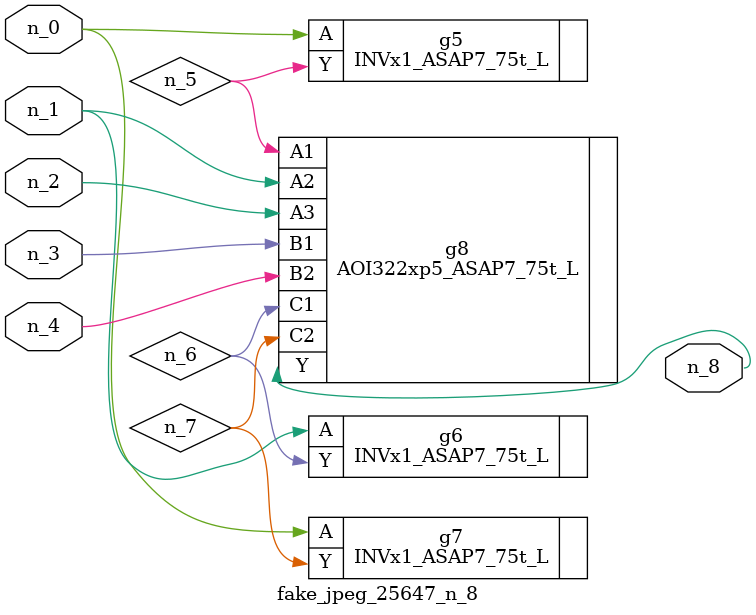
<source format=v>
module fake_jpeg_25647_n_8 (n_3, n_2, n_1, n_0, n_4, n_8);

input n_3;
input n_2;
input n_1;
input n_0;
input n_4;

output n_8;

wire n_6;
wire n_5;
wire n_7;

INVx1_ASAP7_75t_L g5 ( 
.A(n_0),
.Y(n_5)
);

INVx1_ASAP7_75t_L g6 ( 
.A(n_1),
.Y(n_6)
);

INVx1_ASAP7_75t_L g7 ( 
.A(n_0),
.Y(n_7)
);

AOI322xp5_ASAP7_75t_L g8 ( 
.A1(n_5),
.A2(n_1),
.A3(n_2),
.B1(n_3),
.B2(n_4),
.C1(n_6),
.C2(n_7),
.Y(n_8)
);


endmodule
</source>
